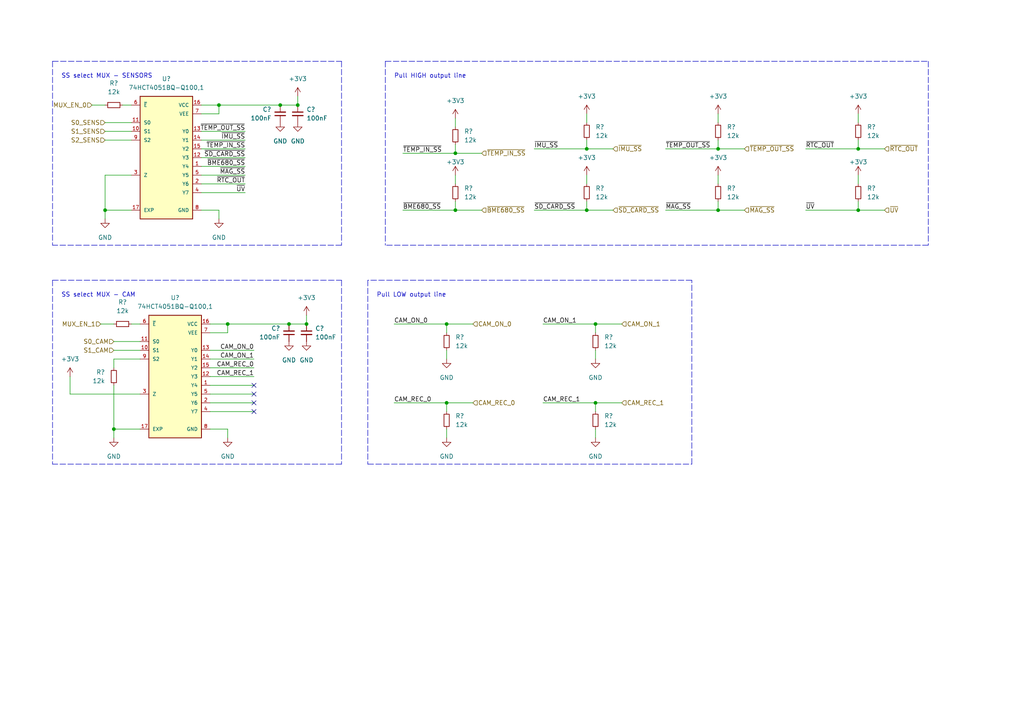
<source format=kicad_sch>
(kicad_sch (version 20211123) (generator eeschema)
  (paper "A4")
  (lib_symbols
    (symbol "Device:C_Small" (pin_numbers hide) (pin_names (offset 0.254) hide)
      (property "Reference" "C" (at 0.254 1.778 0))
      (property "Value" "C_Small" (at 0.254 -2.032 0))
      (symbol "C_Small_0_1"
        (polyline (pts (xy -1.524 -0.508) (xy 1.524 -0.508)) (stroke (width 0.3302)))
        (polyline (pts (xy -1.524 0.508) (xy 1.524 0.508)) (stroke (width 0.3048)))
      )
      (symbol "C_Small_1_1"
        (pin passive line (at 0 2.54 270) (length 2.032) (name "~") (number "1"))
        (pin passive line (at 0 -2.54 90) (length 2.032) (name "~") (number "2"))
      )
    )
    (symbol "Device:R_Small" (pin_numbers hide) (pin_names (offset 0.254) hide)
      (property "Reference" "R" (at 0.762 0.508 0))
      (property "Value" "R_Small" (at 0.762 -1.016 0))
      (symbol "R_Small_0_1"
        (rectangle (start -0.762 1.778) (end 0.762 -1.778) (stroke (width 0.2032)))
      )
      (symbol "R_Small_1_1"
        (pin passive line (at 0 2.54 270) (length 0.762) (name "~") (number "1"))
        (pin passive line (at 0 -2.54 90) (length 0.762) (name "~") (number "2"))
      )
    )
    (symbol "power:+3.3V" (power) (pin_names (offset 0))
      (property "Value" "+3.3V" (at 0 3.556 0))
      (symbol "+3.3V_0_1"
        (polyline (pts (xy -0.762 1.27) (xy 0 2.54)))
        (polyline (pts (xy 0 0) (xy 0 2.54)))
        (polyline (pts (xy 0 2.54) (xy 0.762 1.27)))
      )
      (symbol "+3.3V_1_1"
        (pin power_in line (at 0 0 90) (length 0) hide (name "+3V3") (number "1"))
      )
    )
    (symbol "power:GND" (power) (pin_names (offset 0))
      (property "Value" "GND" (at 0 -3.81 0))
      (symbol "GND_0_1"
        (polyline (pts (xy 0 0) (xy 0 -1.27) (xy 1.27 -1.27) (xy 0 -2.54) (xy -1.27 -1.27) (xy 0 -1.27)))
      )
      (symbol "GND_1_1"
        (pin power_in line (at 0 0 270) (length 0) hide (name "GND") (number "1"))
      )
    )
    (symbol "schematics:74HC4051BQ,115" (pin_names (offset 1.016))
      (property "Reference" "U" (at -7.62 18.3134 0))
      (property "Value" "74HC4051BQ,115" (at -7.6454 -20.3708 0))
      (symbol "74HC4051BQ,115_0_0"
        (rectangle (start -7.62 -17.78) (end 7.62 17.78) (stroke (width 0.254)) (fill (type background)))
        (pin bidirectional line (at 10.16 -2.54 180) (length 2.54) (name "Y4") (number "1"))
        (pin input line (at -10.16 7.62 0) (length 2.54) (name "S1") (number "10"))
        (pin input line (at -10.16 10.16 0) (length 2.54) (name "S0") (number "11"))
        (pin bidirectional line (at 10.16 0 180) (length 2.54) (name "Y3") (number "12"))
        (pin bidirectional line (at 10.16 7.62 180) (length 2.54) (name "Y0") (number "13"))
        (pin bidirectional line (at 10.16 5.08 180) (length 2.54) (name "Y1") (number "14"))
        (pin bidirectional line (at 10.16 2.54 180) (length 2.54) (name "Y2") (number "15"))
        (pin power_in line (at 10.16 15.24 180) (length 2.54) (name "VCC") (number "16"))
        (pin power_in line (at -10.16 -15.24 0) (length 2.54) (name "EXP") (number "17"))
        (pin bidirectional line (at 10.16 -7.62 180) (length 2.54) (name "Y6") (number "2"))
        (pin bidirectional line (at -10.16 -5.08 0) (length 2.54) (name "Z") (number "3"))
        (pin bidirectional line (at 10.16 -10.16 180) (length 2.54) (name "Y7") (number "4"))
        (pin bidirectional line (at 10.16 -5.08 180) (length 2.54) (name "Y5") (number "5"))
        (pin input line (at -10.16 15.24 0) (length 2.54) (name "~{E}") (number "6"))
        (pin power_in line (at 10.16 12.7 180) (length 2.54) (name "VEE") (number "7"))
        (pin power_in line (at 10.16 -15.24 180) (length 2.54) (name "GND") (number "8"))
        (pin input line (at -10.16 5.08 0) (length 2.54) (name "S2") (number "9"))
      )
    )
  )
  (junction (at 33.02 124.46))
  (junction (at 30.48 60.96))
  (junction (at 172.72 93.98))
  (junction (at 170.18 60.96))
  (junction (at 86.36 30.48))
  (junction (at 83.82 93.98))
  (junction (at 248.92 43.18))
  (junction (at 248.92 60.96))
  (junction (at 170.18 43.18))
  (junction (at 208.28 60.96))
  (junction (at 208.28 43.18))
  (junction (at 129.54 93.98))
  (junction (at 88.9 93.98))
  (junction (at 66.04 93.98))
  (junction (at 63.5 30.48))
  (junction (at 132.08 60.96))
  (junction (at 172.72 116.84))
  (junction (at 132.08 44.45))
  (junction (at 81.28 30.48))
  (junction (at 129.54 116.84))
  (no_connect (at 73.66 119.38))
  (no_connect (at 73.66 114.3))
  (no_connect (at 73.66 116.84))
  (no_connect (at 73.66 111.76))
  (wire (pts (xy 88.9 93.98) (xy 88.9 91.44)))
  (wire (pts (xy 66.04 96.52) (xy 66.04 93.98)))
  (wire (pts (xy 60.96 116.84) (xy 73.66 116.84)))
  (wire (pts (xy 60.96 111.76) (xy 73.66 111.76)))
  (wire (pts (xy 248.92 43.18) (xy 256.54 43.18)))
  (wire (pts (xy 58.42 33.02) (xy 63.5 33.02)))
  (wire (pts (xy 157.48 116.84) (xy 172.72 116.84)))
  (polyline (pts (xy 200.66 81.28) (xy 106.68 81.28)))
  (wire (pts (xy 248.92 33.02) (xy 248.92 35.56)))
  (wire (pts (xy 129.54 93.98) (xy 137.16 93.98)))
  (wire (pts (xy 60.96 106.68) (xy 73.66 106.68)))
  (wire (pts (xy 154.94 60.96) (xy 170.18 60.96)))
  (wire (pts (xy 60.96 104.14) (xy 73.66 104.14)))
  (wire (pts (xy 129.54 116.84) (xy 129.54 119.38)))
  (wire (pts (xy 132.08 58.42) (xy 132.08 60.96)))
  (wire (pts (xy 30.48 50.8) (xy 38.1 50.8)))
  (wire (pts (xy 170.18 58.42) (xy 170.18 60.96)))
  (wire (pts (xy 66.04 93.98) (xy 83.82 93.98)))
  (polyline (pts (xy 111.76 66.04) (xy 111.76 71.12)))
  (wire (pts (xy 58.42 50.8) (xy 71.12 50.8)))
  (wire (pts (xy 208.28 43.18) (xy 215.9 43.18)))
  (wire (pts (xy 30.48 35.56) (xy 38.1 35.56)))
  (polyline (pts (xy 15.24 17.78) (xy 99.06 17.78)))
  (wire (pts (xy 30.48 50.8) (xy 30.48 60.96)))
  (wire (pts (xy 33.02 124.46) (xy 40.64 124.46)))
  (wire (pts (xy 132.08 44.45) (xy 139.7 44.45)))
  (wire (pts (xy 170.18 60.96) (xy 177.8 60.96)))
  (wire (pts (xy 63.5 30.48) (xy 81.28 30.48)))
  (wire (pts (xy 60.96 93.98) (xy 66.04 93.98)))
  (wire (pts (xy 208.28 58.42) (xy 208.28 60.96)))
  (wire (pts (xy 170.18 43.18) (xy 177.8 43.18)))
  (wire (pts (xy 114.3 93.98) (xy 129.54 93.98)))
  (polyline (pts (xy 111.76 17.78) (xy 269.24 17.78)))
  (wire (pts (xy 132.08 41.91) (xy 132.08 44.45)))
  (wire (pts (xy 170.18 33.02) (xy 170.18 35.56)))
  (wire (pts (xy 35.56 30.48) (xy 38.1 30.48)))
  (wire (pts (xy 248.92 60.96) (xy 256.54 60.96)))
  (polyline (pts (xy 99.06 81.28) (xy 99.06 134.62)))
  (wire (pts (xy 58.42 40.64) (xy 71.12 40.64)))
  (wire (pts (xy 208.28 50.8) (xy 208.28 53.34)))
  (wire (pts (xy 233.68 60.96) (xy 248.92 60.96)))
  (wire (pts (xy 38.1 93.98) (xy 40.64 93.98)))
  (polyline (pts (xy 269.24 17.78) (xy 269.24 66.04)))
  (polyline (pts (xy 111.76 17.78) (xy 111.76 66.04)))
  (wire (pts (xy 248.92 58.42) (xy 248.92 60.96)))
  (wire (pts (xy 172.72 116.84) (xy 180.34 116.84)))
  (wire (pts (xy 58.42 55.88) (xy 71.12 55.88)))
  (wire (pts (xy 193.04 43.18) (xy 208.28 43.18)))
  (wire (pts (xy 129.54 124.46) (xy 129.54 127)))
  (wire (pts (xy 33.02 104.14) (xy 33.02 106.68)))
  (wire (pts (xy 208.28 60.96) (xy 215.9 60.96)))
  (wire (pts (xy 83.82 93.98) (xy 88.9 93.98)))
  (wire (pts (xy 29.21 93.98) (xy 33.02 93.98)))
  (wire (pts (xy 208.28 33.02) (xy 208.28 35.56)))
  (wire (pts (xy 58.42 43.18) (xy 71.12 43.18)))
  (polyline (pts (xy 15.24 17.78) (xy 15.24 71.12)))
  (wire (pts (xy 58.42 48.26) (xy 71.12 48.26)))
  (wire (pts (xy 58.42 45.72) (xy 71.12 45.72)))
  (wire (pts (xy 129.54 93.98) (xy 129.54 96.52)))
  (polyline (pts (xy 15.24 81.28) (xy 99.06 81.28)))
  (wire (pts (xy 58.42 53.34) (xy 71.12 53.34)))
  (polyline (pts (xy 200.66 134.62) (xy 200.66 81.28)))
  (polyline (pts (xy 99.06 71.12) (xy 15.24 71.12)))
  (wire (pts (xy 63.5 33.02) (xy 63.5 30.48)))
  (wire (pts (xy 129.54 116.84) (xy 137.16 116.84)))
  (wire (pts (xy 30.48 40.64) (xy 38.1 40.64)))
  (polyline (pts (xy 106.68 134.62) (xy 200.66 134.62)))
  (polyline (pts (xy 106.68 81.28) (xy 106.68 134.62)))
  (wire (pts (xy 172.72 116.84) (xy 172.72 119.38)))
  (polyline (pts (xy 269.24 71.12) (xy 111.76 71.12)))
  (wire (pts (xy 208.28 40.64) (xy 208.28 43.18)))
  (wire (pts (xy 248.92 50.8) (xy 248.92 53.34)))
  (polyline (pts (xy 15.24 81.28) (xy 15.24 134.62)))
  (wire (pts (xy 40.64 114.3) (xy 20.32 114.3)))
  (wire (pts (xy 193.04 60.96) (xy 208.28 60.96)))
  (wire (pts (xy 58.42 38.1) (xy 71.12 38.1)))
  (wire (pts (xy 172.72 93.98) (xy 172.72 96.52)))
  (polyline (pts (xy 269.24 66.04) (xy 269.24 71.12)))
  (wire (pts (xy 116.84 60.96) (xy 132.08 60.96)))
  (wire (pts (xy 116.84 44.45) (xy 132.08 44.45)))
  (wire (pts (xy 58.42 60.96) (xy 63.5 60.96)))
  (wire (pts (xy 60.96 109.22) (xy 73.66 109.22)))
  (wire (pts (xy 66.04 124.46) (xy 66.04 127)))
  (wire (pts (xy 60.96 101.6) (xy 73.66 101.6)))
  (wire (pts (xy 132.08 34.29) (xy 132.08 36.83)))
  (wire (pts (xy 60.96 96.52) (xy 66.04 96.52)))
  (wire (pts (xy 233.68 43.18) (xy 248.92 43.18)))
  (wire (pts (xy 33.02 101.6) (xy 40.64 101.6)))
  (wire (pts (xy 172.72 124.46) (xy 172.72 127)))
  (wire (pts (xy 33.02 104.14) (xy 40.64 104.14)))
  (wire (pts (xy 154.94 43.18) (xy 170.18 43.18)))
  (wire (pts (xy 58.42 30.48) (xy 63.5 30.48)))
  (polyline (pts (xy 99.06 17.78) (xy 99.06 71.12)))
  (wire (pts (xy 33.02 99.06) (xy 40.64 99.06)))
  (wire (pts (xy 30.48 60.96) (xy 30.48 63.5)))
  (wire (pts (xy 30.48 60.96) (xy 38.1 60.96)))
  (wire (pts (xy 33.02 124.46) (xy 33.02 127)))
  (wire (pts (xy 60.96 114.3) (xy 73.66 114.3)))
  (wire (pts (xy 20.32 109.22) (xy 20.32 114.3)))
  (wire (pts (xy 170.18 50.8) (xy 170.18 53.34)))
  (wire (pts (xy 248.92 40.64) (xy 248.92 43.18)))
  (wire (pts (xy 86.36 30.48) (xy 86.36 27.94)))
  (wire (pts (xy 26.67 30.48) (xy 30.48 30.48)))
  (wire (pts (xy 114.3 116.84) (xy 129.54 116.84)))
  (wire (pts (xy 129.54 101.6) (xy 129.54 104.14)))
  (wire (pts (xy 172.72 101.6) (xy 172.72 104.14)))
  (wire (pts (xy 60.96 119.38) (xy 73.66 119.38)))
  (wire (pts (xy 81.28 30.48) (xy 86.36 30.48)))
  (wire (pts (xy 132.08 50.8) (xy 132.08 53.34)))
  (wire (pts (xy 170.18 40.64) (xy 170.18 43.18)))
  (polyline (pts (xy 99.06 134.62) (xy 15.24 134.62)))
  (wire (pts (xy 33.02 111.76) (xy 33.02 124.46)))
  (wire (pts (xy 172.72 93.98) (xy 180.34 93.98)))
  (wire (pts (xy 63.5 60.96) (xy 63.5 63.5)))
  (wire (pts (xy 157.48 93.98) (xy 172.72 93.98)))
  (wire (pts (xy 30.48 38.1) (xy 38.1 38.1)))
  (wire (pts (xy 60.96 124.46) (xy 66.04 124.46)))
  (wire (pts (xy 132.08 60.96) (xy 139.7 60.96)))
  (text "SS select MUX - SENSORS" (at 17.78 22.86 0) (effects (font (size 1.27 1.27)) (justify left bottom)))
  (text "Pull HIGH output line\n" (at 114.3 22.86 0) (effects (font (size 1.27 1.27)) (justify left bottom)))
  (text "SS select MUX - CAM\n" (at 17.78 86.36 0) (effects (font (size 1.27 1.27)) (justify left bottom)))
  (text "Pull LOW output line\n" (at 109.22 86.36 0) (effects (font (size 1.27 1.27)) (justify left bottom)))
  (label "~{MAG_SS}" (at 71.12 50.8 180))
  (label "CAM_ON_0" (at 114.3 93.98 0))
  (label "CAM_REC_0" (at 73.66 106.68 180))
  (label "~{BME680_SS}" (at 71.12 48.26 180))
  (label "CAM_REC_1" (at 73.66 109.22 180))
  (label "~{TEMP_OUT_SS}" (at 71.12 38.1 180))
  (label "~{MAG_SS}" (at 193.04 60.96 0))
  (label "~{SD_CARD_SS}" (at 154.94 60.96 0))
  (label "CAM_ON_1" (at 157.48 93.98 0))
  (label "~{TEMP_IN_SS}" (at 116.84 44.45 0))
  (label "~{IMU_SS}" (at 71.12 40.64 180))
  (label "~{SD_CARD_SS}" (at 71.12 45.72 180))
  (label "~{RTC_OUT}" (at 233.68 43.18 0))
  (label "CAM_ON_1" (at 73.66 104.14 180))
  (label "CAM_REC_0" (at 114.3 116.84 0))
  (label "CAM_REC_1" (at 157.48 116.84 0))
  (label "~{RTC_OUT}" (at 71.12 53.34 180))
  (label "~{IMU_SS}" (at 154.94 43.18 0))
  (label "~{UV}" (at 233.68 60.96 0))
  (label "~{UV}" (at 71.12 55.88 180))
  (label "CAM_ON_0" (at 73.66 101.6 180))
  (label "~{TEMP_IN_SS}" (at 71.12 43.18 180))
  (label "~{BME680_SS}" (at 116.84 60.96 0))
  (label "~{TEMP_OUT_SS}" (at 193.04 43.18 0))
  (hierarchical_label "~{TEMP_IN_SS}" (shape input) (at 139.7 44.45 0))
  (hierarchical_label "~{IMU_SS}" (shape input) (at 177.8 43.18 0))
  (hierarchical_label "~{UV}" (shape input) (at 256.54 60.96 0))
  (hierarchical_label "S2_SENS" (shape input) (at 30.48 40.64 180))
  (hierarchical_label "~{TEMP_OUT_SS}" (shape input) (at 215.9 43.18 0))
  (hierarchical_label "~{RTC_OUT}" (shape input) (at 256.54 43.18 0))
  (hierarchical_label "S0_CAM" (shape input) (at 33.02 99.06 180))
  (hierarchical_label "S1_CAM" (shape input) (at 33.02 101.6 180))
  (hierarchical_label "CAM_REC_1" (shape input) (at 180.34 116.84 0))
  (hierarchical_label "CAM_ON_0" (shape input) (at 137.16 93.98 0))
  (hierarchical_label "S0_SENS" (shape input) (at 30.48 35.56 180))
  (hierarchical_label "~{MAG_SS}" (shape input) (at 215.9 60.96 0))
  (hierarchical_label "S1_SENS" (shape input) (at 30.48 38.1 180))
  (hierarchical_label "~{SD_CARD_SS}" (shape input) (at 177.8 60.96 0))
  (hierarchical_label "CAM_ON_1" (shape input) (at 180.34 93.98 0))
  (hierarchical_label "MUX_EN_1" (shape input) (at 29.21 93.98 180))
  (hierarchical_label "MUX_EN_0" (shape input) (at 26.67 30.48 180))
  (hierarchical_label "~{BME680_SS}" (shape input) (at 139.7 60.96 0))
  (hierarchical_label "CAM_REC_0" (shape input) (at 137.16 116.84 0))
  (symbol (lib_id "Device:C_Small") (at 83.82 96.52 0) (mirror x) (unit 1)
    (property "Reference" "C?" (at 81.28 95.2435 0) (effects (justify right)))
    (property "Value" "100nF" (at 81.28 97.7835 0) (effects (justify right)))
  )
  (symbol (lib_id "power:+3.3V") (at 132.08 50.8 0) (unit 1)
    (property "Reference" "#PWR?" (effects hide))
    (property "Value" "+3.3V" (at 132.08 46.99 0))
  )
  (symbol (lib_id "power:+3.3V") (at 86.36 27.94 0) (unit 1)
    (property "Reference" "#PWR?" (effects hide))
    (property "Value" "+3.3V" (at 86.36 22.86 0))
  )
  (symbol (lib_id "Device:R_Small") (at 129.54 121.92 180) (unit 1)
    (property "Reference" "R?" (at 132.08 120.6499 0) (effects (justify right)))
    (property "Value" "12k" (at 132.08 123.1899 0) (effects (justify right)))
  )
  (symbol (lib_id "power:+3.3V") (at 170.18 33.02 0) (unit 1)
    (property "Reference" "#PWR?" (effects hide))
    (property "Value" "+3.3V" (at 170.18 27.94 0))
  )
  (symbol (lib_id "power:+3.3V") (at 208.28 50.8 0) (unit 1)
    (property "Reference" "#PWR?" (effects hide))
    (property "Value" "+3.3V" (at 208.28 45.72 0))
  )
  (symbol (lib_id "Device:R_Small") (at 248.92 55.88 180) (unit 1)
    (property "Reference" "R?" (at 251.46 54.6099 0) (effects (justify right)))
    (property "Value" "12k" (at 251.46 57.1499 0) (effects (justify right)))
  )
  (symbol (lib_id "power:GND") (at 172.72 104.14 0) (unit 1)
    (property "Reference" "#PWR?" (effects hide))
    (property "Value" "GND" (at 172.72 109.5248 0))
  )
  (symbol (lib_id "Device:R_Small") (at 35.56 93.98 90) (unit 1)
    (property "Reference" "R?" (at 35.56 87.63 90))
    (property "Value" "12k" (at 35.56 90.17 90))
  )
  (symbol (lib_id "power:+3.3V") (at 88.9 91.44 0) (unit 1)
    (property "Reference" "#PWR?" (effects hide))
    (property "Value" "+3.3V" (at 88.9 86.36 0))
  )
  (symbol (lib_id "Device:R_Small") (at 129.54 99.06 180) (unit 1)
    (property "Reference" "R?" (at 132.08 97.7899 0) (effects (justify right)))
    (property "Value" "12k" (at 132.08 100.3299 0) (effects (justify right)))
  )
  (symbol (lib_id "power:GND") (at 172.72 127 0) (unit 1)
    (property "Reference" "#PWR?" (effects hide))
    (property "Value" "GND" (at 172.72 132.3848 0))
  )
  (symbol (lib_id "Device:R_Small") (at 132.08 39.37 180) (unit 1)
    (property "Reference" "R?" (at 134.62 38.0999 0) (effects (justify right)))
    (property "Value" "12k" (at 134.62 40.6399 0) (effects (justify right)))
  )
  (symbol (lib_id "power:GND") (at 30.48 63.5 0) (unit 1)
    (property "Reference" "#PWR?" (effects hide))
    (property "Value" "GND" (at 30.48 68.8848 0))
  )
  (symbol (lib_id "power:+3.3V") (at 20.32 109.22 0) (unit 1)
    (property "Reference" "#PWR?" (effects hide))
    (property "Value" "+3.3V" (at 20.32 104.14 0))
  )
  (symbol (lib_id "Device:R_Small") (at 172.72 99.06 180) (unit 1)
    (property "Reference" "R?" (at 175.26 97.7899 0) (effects (justify right)))
    (property "Value" "12k" (at 175.26 100.3299 0) (effects (justify right)))
  )
  (symbol (lib_id "Device:R_Small") (at 33.02 109.22 0) (mirror x) (unit 1)
    (property "Reference" "R?" (at 30.48 107.9499 0) (effects (justify right)))
    (property "Value" "12k" (at 30.48 110.4899 0) (effects (justify right)))
  )
  (symbol (lib_id "Device:R_Small") (at 33.02 30.48 90) (unit 1)
    (property "Reference" "R?" (at 33.02 24.13 90))
    (property "Value" "12k" (at 33.02 26.67 90))
  )
  (symbol (lib_id "power:GND") (at 81.28 35.56 0) (unit 1)
    (property "Reference" "#PWR?" (effects hide))
    (property "Value" "GND" (at 81.28 40.9448 0))
  )
  (symbol (lib_id "Device:R_Small") (at 132.08 55.88 180) (unit 1)
    (property "Reference" "R?" (at 134.62 54.6099 0) (effects (justify right)))
    (property "Value" "12k" (at 134.62 57.1499 0) (effects (justify right)))
  )
  (symbol (lib_id "schematics:74HC4051BQ,115") (at 48.26 45.72 0) (unit 1)
    (property "Reference" "U?" (at 48.26 22.86 0))
    (property "Value" "74HCT4051BQ-Q100,1" (at 48.26 25.4 0))
    (property "Footprint" "footprints:QFN50P250X350X100-17N" (effects hide))
    (property "MANUFACTURER" "Philips Semiconductors" (effects hide))
  )
  (symbol (lib_id "power:GND") (at 129.54 104.14 0) (unit 1)
    (property "Reference" "#PWR?" (effects hide))
    (property "Value" "GND" (at 129.54 109.5248 0))
  )
  (symbol (lib_id "Device:R_Small") (at 208.28 38.1 180) (unit 1)
    (property "Reference" "R?" (at 210.82 36.8299 0) (effects (justify right)))
    (property "Value" "12k" (at 210.82 39.3699 0) (effects (justify right)))
  )
  (symbol (lib_id "power:GND") (at 88.9 99.06 0) (unit 1)
    (property "Reference" "#PWR?" (effects hide))
    (property "Value" "GND" (at 88.9 104.4448 0))
  )
  (symbol (lib_id "Device:C_Small") (at 81.28 33.02 0) (mirror x) (unit 1)
    (property "Reference" "C?" (at 78.74 31.7435 0) (effects (justify right)))
    (property "Value" "100nF" (at 78.74 34.2835 0) (effects (justify right)))
  )
  (symbol (lib_id "Device:C_Small") (at 86.36 33.02 0) (unit 1)
    (property "Reference" "C?" (at 88.9 31.7562 0) (effects (justify left)))
    (property "Value" "100nF" (at 88.9 34.2962 0) (effects (justify left)))
  )
  (symbol (lib_id "power:+3.3V") (at 248.92 50.8 0) (unit 1)
    (property "Reference" "#PWR?" (effects hide))
    (property "Value" "+3.3V" (at 248.92 46.99 0))
  )
  (symbol (lib_id "power:GND") (at 86.36 35.56 0) (unit 1)
    (property "Reference" "#PWR?" (effects hide))
    (property "Value" "GND" (at 86.36 40.9448 0))
  )
  (symbol (lib_id "Device:C_Small") (at 88.9 96.52 0) (unit 1)
    (property "Reference" "C?" (at 91.44 95.2562 0) (effects (justify left)))
    (property "Value" "100nF" (at 91.44 97.7962 0) (effects (justify left)))
  )
  (symbol (lib_id "Device:R_Small") (at 208.28 55.88 180) (unit 1)
    (property "Reference" "R?" (at 210.82 54.6099 0) (effects (justify right)))
    (property "Value" "12k" (at 210.82 57.1499 0) (effects (justify right)))
  )
  (symbol (lib_id "power:GND") (at 129.54 127 0) (unit 1)
    (property "Reference" "#PWR?" (effects hide))
    (property "Value" "GND" (at 129.54 132.3848 0))
  )
  (symbol (lib_id "Device:R_Small") (at 172.72 121.92 180) (unit 1)
    (property "Reference" "R?" (at 175.26 120.6499 0) (effects (justify right)))
    (property "Value" "12k" (at 175.26 123.1899 0) (effects (justify right)))
  )
  (symbol (lib_id "schematics:74HC4051BQ,115") (at 50.8 109.22 0) (unit 1)
    (property "Reference" "U?" (at 50.8 86.36 0))
    (property "Value" "74HCT4051BQ-Q100,1" (at 50.8 88.9 0))
    (property "Footprint" "footprints:QFN50P250X350X100-17N" (effects hide))
    (property "MANUFACTURER" "Philips Semiconductors" (effects hide))
  )
  (symbol (lib_id "power:GND") (at 33.02 127 0) (unit 1)
    (property "Reference" "#PWR?" (effects hide))
    (property "Value" "GND" (at 33.02 132.3848 0))
  )
  (symbol (lib_id "power:+3.3V") (at 248.92 33.02 0) (unit 1)
    (property "Reference" "#PWR?" (effects hide))
    (property "Value" "+3.3V" (at 248.92 27.94 0))
  )
  (symbol (lib_id "power:+3.3V") (at 132.08 34.29 0) (unit 1)
    (property "Reference" "#PWR?" (effects hide))
    (property "Value" "+3.3V" (at 132.08 29.21 0))
  )
  (symbol (lib_id "power:GND") (at 66.04 127 0) (unit 1)
    (property "Reference" "#PWR?" (effects hide))
    (property "Value" "GND" (at 66.04 132.3848 0))
  )
  (symbol (lib_id "power:+3.3V") (at 208.28 33.02 0) (unit 1)
    (property "Reference" "#PWR?" (effects hide))
    (property "Value" "+3.3V" (at 208.28 27.94 0))
  )
  (symbol (lib_id "power:+3.3V") (at 170.18 50.8 0) (unit 1)
    (property "Reference" "#PWR?" (effects hide))
    (property "Value" "+3.3V" (at 170.18 45.72 0))
  )
  (symbol (lib_id "Device:R_Small") (at 248.92 38.1 180) (unit 1)
    (property "Reference" "R?" (at 251.46 36.8299 0) (effects (justify right)))
    (property "Value" "12k" (at 251.46 39.3699 0) (effects (justify right)))
  )
  (symbol (lib_id "power:GND") (at 63.5 63.5 0) (unit 1)
    (property "Reference" "#PWR?" (effects hide))
    (property "Value" "GND" (at 63.5 68.8848 0))
  )
  (symbol (lib_id "Device:R_Small") (at 170.18 55.88 180) (unit 1)
    (property "Reference" "R?" (at 172.72 54.6099 0) (effects (justify right)))
    (property "Value" "12k" (at 172.72 57.1499 0) (effects (justify right)))
  )
  (symbol (lib_id "Device:R_Small") (at 170.18 38.1 180) (unit 1)
    (property "Reference" "R?" (at 172.72 36.8299 0) (effects (justify right)))
    (property "Value" "12k" (at 172.72 39.3699 0) (effects (justify right)))
  )
  (symbol (lib_id "power:GND") (at 83.82 99.06 0) (unit 1)
    (property "Reference" "#PWR?" (effects hide))
    (property "Value" "GND" (at 83.82 104.4448 0))
  )
)
</source>
